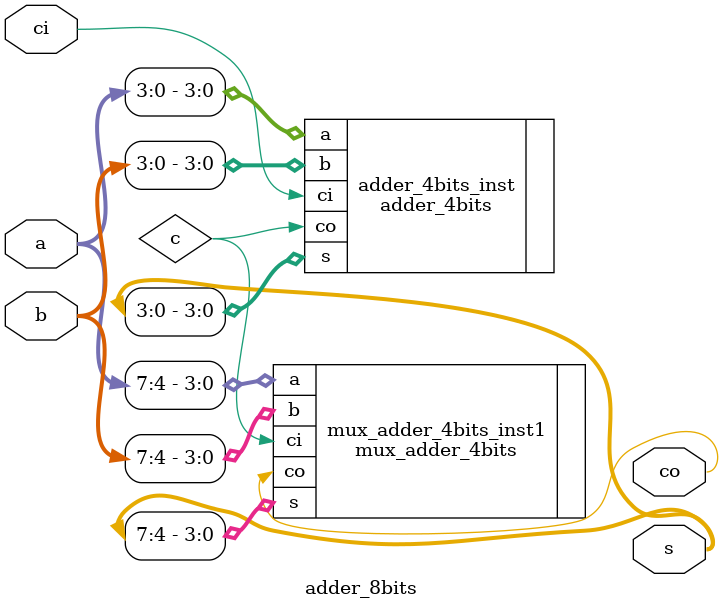
<source format=v>
module adder_8bits(
	a,
	b,
	ci,
	s,
	co );
	
	input [7 : 0] a;
	input [7 : 0] b;
	input ci;
	output [7 : 0] s;
	output co;
	
	wire  c;
	

	adder_4bits adder_4bits_inst(
		.a(a[3 : 0]),
		.b(b[3 : 0]),
		.ci(ci),
		.s(s[3 : 0]),
		.co(c) );
	
	mux_adder_4bits mux_adder_4bits_inst1(
		.a(a[7 : 4]),
		.b(b[7 : 4]),
		.ci(c),
		.s(s[7 : 4]),
		.co(co) );
		

	
endmodule
</source>
